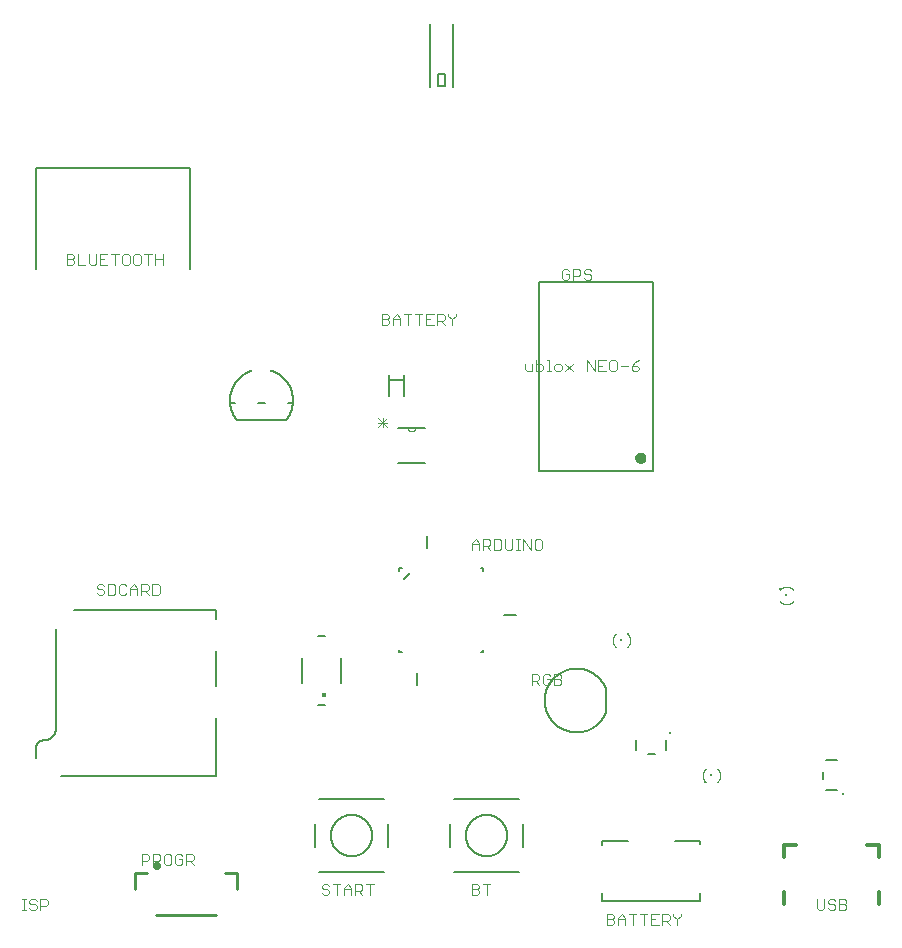
<source format=gto>
G75*
%MOIN*%
%OFA0B0*%
%FSLAX25Y25*%
%IPPOS*%
%LPD*%
%AMOC8*
5,1,8,0,0,1.08239X$1,22.5*
%
%ADD10C,0.00300*%
%ADD11C,0.00800*%
%ADD12C,0.00600*%
%ADD13C,0.00000*%
%ADD14C,0.00500*%
%ADD15C,0.01200*%
%ADD16C,0.01575*%
%ADD17C,0.01000*%
%ADD18C,0.00400*%
%ADD19R,0.00787X0.00787*%
%ADD20R,0.00984X0.00591*%
%ADD21R,0.00591X0.00984*%
%ADD22C,0.01433*%
%ADD23C,0.01600*%
%ADD24C,0.01000*%
D10*
X0018046Y0035534D02*
X0019280Y0035534D01*
X0018663Y0035534D02*
X0018663Y0039237D01*
X0018046Y0039237D02*
X0019280Y0039237D01*
X0020501Y0038620D02*
X0021119Y0039237D01*
X0022353Y0039237D01*
X0022970Y0038620D01*
X0024185Y0039237D02*
X0024185Y0035534D01*
X0024185Y0036768D02*
X0026036Y0036768D01*
X0026653Y0037385D01*
X0026653Y0038620D01*
X0026036Y0039237D01*
X0024185Y0039237D01*
X0022353Y0037385D02*
X0022970Y0036768D01*
X0022970Y0036151D01*
X0022353Y0035534D01*
X0021119Y0035534D01*
X0020501Y0036151D01*
X0021119Y0037385D02*
X0022353Y0037385D01*
X0021119Y0037385D02*
X0020501Y0038003D01*
X0020501Y0038620D01*
X0058046Y0050534D02*
X0058046Y0054237D01*
X0059898Y0054237D01*
X0060515Y0053620D01*
X0060515Y0052385D01*
X0059898Y0051768D01*
X0058046Y0051768D01*
X0061729Y0051768D02*
X0063581Y0051768D01*
X0064198Y0052385D01*
X0064198Y0053620D01*
X0063581Y0054237D01*
X0061729Y0054237D01*
X0061729Y0050534D01*
X0062964Y0051768D02*
X0064198Y0050534D01*
X0065412Y0051151D02*
X0066030Y0050534D01*
X0067264Y0050534D01*
X0067881Y0051151D01*
X0067881Y0053620D01*
X0067264Y0054237D01*
X0066030Y0054237D01*
X0065412Y0053620D01*
X0065412Y0051151D01*
X0069095Y0051151D02*
X0069095Y0053620D01*
X0069713Y0054237D01*
X0070947Y0054237D01*
X0071564Y0053620D01*
X0071564Y0052385D02*
X0070330Y0052385D01*
X0071564Y0052385D02*
X0071564Y0051151D01*
X0070947Y0050534D01*
X0069713Y0050534D01*
X0069095Y0051151D01*
X0072779Y0050534D02*
X0072779Y0054237D01*
X0074630Y0054237D01*
X0075247Y0053620D01*
X0075247Y0052385D01*
X0074630Y0051768D01*
X0072779Y0051768D01*
X0074013Y0051768D02*
X0075247Y0050534D01*
X0118046Y0043620D02*
X0118046Y0043003D01*
X0118663Y0042385D01*
X0119898Y0042385D01*
X0120515Y0041768D01*
X0120515Y0041151D01*
X0119898Y0040534D01*
X0118663Y0040534D01*
X0118046Y0041151D01*
X0118046Y0043620D02*
X0118663Y0044237D01*
X0119898Y0044237D01*
X0120515Y0043620D01*
X0121729Y0044237D02*
X0124198Y0044237D01*
X0122964Y0044237D02*
X0122964Y0040534D01*
X0125412Y0040534D02*
X0125412Y0043003D01*
X0126647Y0044237D01*
X0127881Y0043003D01*
X0127881Y0040534D01*
X0129095Y0040534D02*
X0129095Y0044237D01*
X0130947Y0044237D01*
X0131564Y0043620D01*
X0131564Y0042385D01*
X0130947Y0041768D01*
X0129095Y0041768D01*
X0130330Y0041768D02*
X0131564Y0040534D01*
X0134013Y0040534D02*
X0134013Y0044237D01*
X0132779Y0044237D02*
X0135247Y0044237D01*
X0127881Y0042385D02*
X0125412Y0042385D01*
X0168046Y0042385D02*
X0169898Y0042385D01*
X0170515Y0041768D01*
X0170515Y0041151D01*
X0169898Y0040534D01*
X0168046Y0040534D01*
X0168046Y0044237D01*
X0169898Y0044237D01*
X0170515Y0043620D01*
X0170515Y0043003D01*
X0169898Y0042385D01*
X0171729Y0044237D02*
X0174198Y0044237D01*
X0172964Y0044237D02*
X0172964Y0040534D01*
X0213046Y0034237D02*
X0213046Y0030534D01*
X0214898Y0030534D01*
X0215515Y0031151D01*
X0215515Y0031768D01*
X0214898Y0032385D01*
X0213046Y0032385D01*
X0214898Y0032385D02*
X0215515Y0033003D01*
X0215515Y0033620D01*
X0214898Y0034237D01*
X0213046Y0034237D01*
X0216729Y0033003D02*
X0216729Y0030534D01*
X0216729Y0032385D02*
X0219198Y0032385D01*
X0219198Y0033003D02*
X0219198Y0030534D01*
X0221647Y0030534D02*
X0221647Y0034237D01*
X0222881Y0034237D02*
X0220412Y0034237D01*
X0219198Y0033003D02*
X0217964Y0034237D01*
X0216729Y0033003D01*
X0224095Y0034237D02*
X0226564Y0034237D01*
X0227779Y0034237D02*
X0227779Y0030534D01*
X0230247Y0030534D01*
X0231462Y0030534D02*
X0231462Y0034237D01*
X0233313Y0034237D01*
X0233931Y0033620D01*
X0233931Y0032385D01*
X0233313Y0031768D01*
X0231462Y0031768D01*
X0232696Y0031768D02*
X0233931Y0030534D01*
X0236379Y0030534D02*
X0236379Y0032385D01*
X0237614Y0033620D01*
X0237614Y0034237D01*
X0236379Y0032385D02*
X0235145Y0033620D01*
X0235145Y0034237D01*
X0230247Y0034237D02*
X0227779Y0034237D01*
X0227779Y0032385D02*
X0229013Y0032385D01*
X0225330Y0030534D02*
X0225330Y0034237D01*
X0283046Y0036151D02*
X0283663Y0035534D01*
X0284898Y0035534D01*
X0285515Y0036151D01*
X0285515Y0039237D01*
X0286729Y0038620D02*
X0287346Y0039237D01*
X0288581Y0039237D01*
X0289198Y0038620D01*
X0290412Y0039237D02*
X0290412Y0035534D01*
X0292264Y0035534D01*
X0292881Y0036151D01*
X0292881Y0036768D01*
X0292264Y0037385D01*
X0290412Y0037385D01*
X0289198Y0036768D02*
X0289198Y0036151D01*
X0288581Y0035534D01*
X0287346Y0035534D01*
X0286729Y0036151D01*
X0287346Y0037385D02*
X0288581Y0037385D01*
X0289198Y0036768D01*
X0287346Y0037385D02*
X0286729Y0038003D01*
X0286729Y0038620D01*
X0283046Y0039237D02*
X0283046Y0036151D01*
X0290412Y0039237D02*
X0292264Y0039237D01*
X0292881Y0038620D01*
X0292881Y0038003D01*
X0292264Y0037385D01*
X0197881Y0111151D02*
X0197264Y0110534D01*
X0195412Y0110534D01*
X0195412Y0114237D01*
X0197264Y0114237D01*
X0197881Y0113620D01*
X0197881Y0113003D01*
X0197264Y0112385D01*
X0195412Y0112385D01*
X0194198Y0112385D02*
X0192964Y0112385D01*
X0194198Y0112385D02*
X0194198Y0111151D01*
X0193581Y0110534D01*
X0192346Y0110534D01*
X0191729Y0111151D01*
X0191729Y0113620D01*
X0192346Y0114237D01*
X0193581Y0114237D01*
X0194198Y0113620D01*
X0197264Y0112385D02*
X0197881Y0111768D01*
X0197881Y0111151D01*
X0190515Y0110534D02*
X0189280Y0111768D01*
X0189898Y0111768D02*
X0188046Y0111768D01*
X0188046Y0110534D02*
X0188046Y0114237D01*
X0189898Y0114237D01*
X0190515Y0113620D01*
X0190515Y0112385D01*
X0189898Y0111768D01*
X0189534Y0155534D02*
X0190769Y0155534D01*
X0191386Y0156151D01*
X0191386Y0158620D01*
X0190769Y0159237D01*
X0189534Y0159237D01*
X0188917Y0158620D01*
X0188917Y0156151D01*
X0189534Y0155534D01*
X0187703Y0155534D02*
X0187703Y0159237D01*
X0185234Y0159237D02*
X0185234Y0155534D01*
X0184013Y0155534D02*
X0182779Y0155534D01*
X0183396Y0155534D02*
X0183396Y0159237D01*
X0182779Y0159237D02*
X0184013Y0159237D01*
X0185234Y0159237D02*
X0187703Y0155534D01*
X0181564Y0156151D02*
X0181564Y0159237D01*
X0179095Y0159237D02*
X0179095Y0156151D01*
X0179713Y0155534D01*
X0180947Y0155534D01*
X0181564Y0156151D01*
X0177881Y0156151D02*
X0177881Y0158620D01*
X0177264Y0159237D01*
X0175412Y0159237D01*
X0175412Y0155534D01*
X0177264Y0155534D01*
X0177881Y0156151D01*
X0174198Y0155534D02*
X0172964Y0156768D01*
X0173581Y0156768D02*
X0171729Y0156768D01*
X0171729Y0155534D02*
X0171729Y0159237D01*
X0173581Y0159237D01*
X0174198Y0158620D01*
X0174198Y0157385D01*
X0173581Y0156768D01*
X0170515Y0157385D02*
X0168046Y0157385D01*
X0168046Y0158003D02*
X0169280Y0159237D01*
X0170515Y0158003D01*
X0170515Y0155534D01*
X0168046Y0155534D02*
X0168046Y0158003D01*
X0139882Y0196418D02*
X0136746Y0199554D01*
X0138314Y0199554D02*
X0138314Y0196418D01*
X0136746Y0196418D02*
X0139882Y0199554D01*
X0139882Y0197986D02*
X0136746Y0197986D01*
X0138046Y0230534D02*
X0139898Y0230534D01*
X0140515Y0231151D01*
X0140515Y0231768D01*
X0139898Y0232385D01*
X0138046Y0232385D01*
X0138046Y0230534D02*
X0138046Y0234237D01*
X0139898Y0234237D01*
X0140515Y0233620D01*
X0140515Y0233003D01*
X0139898Y0232385D01*
X0141729Y0232385D02*
X0144198Y0232385D01*
X0144198Y0233003D02*
X0144198Y0230534D01*
X0146647Y0230534D02*
X0146647Y0234237D01*
X0147881Y0234237D02*
X0145412Y0234237D01*
X0144198Y0233003D02*
X0142964Y0234237D01*
X0141729Y0233003D01*
X0141729Y0230534D01*
X0149095Y0234237D02*
X0151564Y0234237D01*
X0152779Y0234237D02*
X0152779Y0230534D01*
X0155247Y0230534D01*
X0156462Y0230534D02*
X0156462Y0234237D01*
X0158313Y0234237D01*
X0158931Y0233620D01*
X0158931Y0232385D01*
X0158313Y0231768D01*
X0156462Y0231768D01*
X0157696Y0231768D02*
X0158931Y0230534D01*
X0161379Y0230534D02*
X0161379Y0232385D01*
X0162614Y0233620D01*
X0162614Y0234237D01*
X0161379Y0232385D02*
X0160145Y0233620D01*
X0160145Y0234237D01*
X0155247Y0234237D02*
X0152779Y0234237D01*
X0152779Y0232385D02*
X0154013Y0232385D01*
X0150330Y0230534D02*
X0150330Y0234237D01*
X0185649Y0217546D02*
X0185649Y0215694D01*
X0186266Y0215077D01*
X0188118Y0215077D01*
X0188118Y0217546D01*
X0189332Y0217546D02*
X0191184Y0217546D01*
X0191801Y0216929D01*
X0191801Y0215694D01*
X0191184Y0215077D01*
X0189332Y0215077D01*
X0189332Y0218780D01*
X0193015Y0218780D02*
X0193632Y0218780D01*
X0193632Y0215077D01*
X0193015Y0215077D02*
X0194250Y0215077D01*
X0195471Y0215694D02*
X0196088Y0215077D01*
X0197322Y0215077D01*
X0197939Y0215694D01*
X0197939Y0216929D01*
X0197322Y0217546D01*
X0196088Y0217546D01*
X0195471Y0216929D01*
X0195471Y0215694D01*
X0199154Y0215077D02*
X0201623Y0217546D01*
X0199154Y0217546D02*
X0201623Y0215077D01*
X0206520Y0215077D02*
X0206520Y0218780D01*
X0208989Y0215077D01*
X0208989Y0218780D01*
X0210203Y0218780D02*
X0210203Y0215077D01*
X0212672Y0215077D01*
X0213886Y0215694D02*
X0214504Y0215077D01*
X0215738Y0215077D01*
X0216355Y0215694D01*
X0216355Y0218163D01*
X0215738Y0218780D01*
X0214504Y0218780D01*
X0213886Y0218163D01*
X0213886Y0215694D01*
X0211438Y0216929D02*
X0210203Y0216929D01*
X0210203Y0218780D02*
X0212672Y0218780D01*
X0217570Y0216929D02*
X0220038Y0216929D01*
X0221253Y0216929D02*
X0222487Y0218163D01*
X0223721Y0218780D01*
X0223104Y0216929D02*
X0221253Y0216929D01*
X0221253Y0215694D01*
X0221870Y0215077D01*
X0223104Y0215077D01*
X0223721Y0215694D01*
X0223721Y0216312D01*
X0223104Y0216929D01*
X0207264Y0245534D02*
X0206030Y0245534D01*
X0205412Y0246151D01*
X0206030Y0247385D02*
X0207264Y0247385D01*
X0207881Y0246768D01*
X0207881Y0246151D01*
X0207264Y0245534D01*
X0206030Y0247385D02*
X0205412Y0248003D01*
X0205412Y0248620D01*
X0206030Y0249237D01*
X0207264Y0249237D01*
X0207881Y0248620D01*
X0204198Y0248620D02*
X0204198Y0247385D01*
X0203581Y0246768D01*
X0201729Y0246768D01*
X0201729Y0245534D02*
X0201729Y0249237D01*
X0203581Y0249237D01*
X0204198Y0248620D01*
X0200515Y0248620D02*
X0199898Y0249237D01*
X0198663Y0249237D01*
X0198046Y0248620D01*
X0198046Y0246151D01*
X0198663Y0245534D01*
X0199898Y0245534D01*
X0200515Y0246151D01*
X0200515Y0247385D01*
X0199280Y0247385D01*
X0064980Y0250534D02*
X0064980Y0254237D01*
X0064980Y0252385D02*
X0062511Y0252385D01*
X0062511Y0250534D02*
X0062511Y0254237D01*
X0061297Y0254237D02*
X0058828Y0254237D01*
X0060062Y0254237D02*
X0060062Y0250534D01*
X0057614Y0251151D02*
X0057614Y0253620D01*
X0056997Y0254237D01*
X0055762Y0254237D01*
X0055145Y0253620D01*
X0055145Y0251151D01*
X0055762Y0250534D01*
X0056997Y0250534D01*
X0057614Y0251151D01*
X0053931Y0251151D02*
X0053931Y0253620D01*
X0053313Y0254237D01*
X0052079Y0254237D01*
X0051462Y0253620D01*
X0051462Y0251151D01*
X0052079Y0250534D01*
X0053313Y0250534D01*
X0053931Y0251151D01*
X0050247Y0254237D02*
X0047779Y0254237D01*
X0046564Y0254237D02*
X0044095Y0254237D01*
X0044095Y0250534D01*
X0046564Y0250534D01*
X0045330Y0252385D02*
X0044095Y0252385D01*
X0042881Y0251151D02*
X0042881Y0254237D01*
X0040412Y0254237D02*
X0040412Y0251151D01*
X0041030Y0250534D01*
X0042264Y0250534D01*
X0042881Y0251151D01*
X0039198Y0250534D02*
X0036729Y0250534D01*
X0036729Y0254237D01*
X0035515Y0253620D02*
X0035515Y0253003D01*
X0034898Y0252385D01*
X0033046Y0252385D01*
X0033046Y0250534D02*
X0034898Y0250534D01*
X0035515Y0251151D01*
X0035515Y0251768D01*
X0034898Y0252385D01*
X0035515Y0253620D02*
X0034898Y0254237D01*
X0033046Y0254237D01*
X0033046Y0250534D01*
X0049013Y0250534D02*
X0049013Y0254237D01*
X0048581Y0144237D02*
X0046729Y0144237D01*
X0046729Y0140534D01*
X0048581Y0140534D01*
X0049198Y0141151D01*
X0049198Y0143620D01*
X0048581Y0144237D01*
X0050412Y0143620D02*
X0051030Y0144237D01*
X0052264Y0144237D01*
X0052881Y0143620D01*
X0054095Y0143003D02*
X0055330Y0144237D01*
X0056564Y0143003D01*
X0056564Y0140534D01*
X0057779Y0140534D02*
X0057779Y0144237D01*
X0059630Y0144237D01*
X0060247Y0143620D01*
X0060247Y0142385D01*
X0059630Y0141768D01*
X0057779Y0141768D01*
X0059013Y0141768D02*
X0060247Y0140534D01*
X0061462Y0140534D02*
X0063313Y0140534D01*
X0063931Y0141151D01*
X0063931Y0143620D01*
X0063313Y0144237D01*
X0061462Y0144237D01*
X0061462Y0140534D01*
X0056564Y0142385D02*
X0054095Y0142385D01*
X0054095Y0143003D02*
X0054095Y0140534D01*
X0052881Y0141151D02*
X0052264Y0140534D01*
X0051030Y0140534D01*
X0050412Y0141151D01*
X0050412Y0143620D01*
X0045515Y0143620D02*
X0044898Y0144237D01*
X0043663Y0144237D01*
X0043046Y0143620D01*
X0043046Y0143003D01*
X0043663Y0142385D01*
X0044898Y0142385D01*
X0045515Y0141768D01*
X0045515Y0141151D01*
X0044898Y0140534D01*
X0043663Y0140534D01*
X0043046Y0141151D01*
D11*
X0035258Y0135384D02*
X0082896Y0135384D01*
X0082896Y0132628D01*
X0082896Y0121998D02*
X0082896Y0110187D01*
X0082896Y0099557D02*
X0082896Y0080266D01*
X0030928Y0080266D01*
X0022660Y0086171D02*
X0022660Y0089321D01*
X0022654Y0089422D01*
X0022652Y0089522D01*
X0022654Y0089623D01*
X0022660Y0089723D01*
X0022670Y0089823D01*
X0022684Y0089923D01*
X0022702Y0090022D01*
X0022724Y0090120D01*
X0022749Y0090217D01*
X0022778Y0090314D01*
X0022811Y0090409D01*
X0022848Y0090502D01*
X0022889Y0090594D01*
X0022933Y0090685D01*
X0022980Y0090774D01*
X0023031Y0090860D01*
X0023085Y0090945D01*
X0023143Y0091028D01*
X0023203Y0091108D01*
X0023267Y0091185D01*
X0023334Y0091261D01*
X0023404Y0091333D01*
X0023476Y0091403D01*
X0023552Y0091470D01*
X0023629Y0091534D01*
X0023709Y0091594D01*
X0023792Y0091652D01*
X0023877Y0091706D01*
X0023963Y0091757D01*
X0024052Y0091804D01*
X0024143Y0091848D01*
X0024235Y0091889D01*
X0024328Y0091926D01*
X0024423Y0091959D01*
X0024520Y0091988D01*
X0024617Y0092013D01*
X0024715Y0092035D01*
X0024814Y0092053D01*
X0024914Y0092067D01*
X0025014Y0092077D01*
X0025114Y0092083D01*
X0025215Y0092085D01*
X0025315Y0092083D01*
X0025416Y0092077D01*
X0025415Y0092076D02*
X0025541Y0092081D01*
X0025666Y0092090D01*
X0025791Y0092103D01*
X0025915Y0092120D01*
X0026039Y0092140D01*
X0026162Y0092164D01*
X0026284Y0092192D01*
X0026405Y0092224D01*
X0026525Y0092260D01*
X0026644Y0092299D01*
X0026762Y0092342D01*
X0026878Y0092389D01*
X0026993Y0092439D01*
X0027107Y0092493D01*
X0027218Y0092551D01*
X0027328Y0092611D01*
X0027435Y0092676D01*
X0027541Y0092743D01*
X0027645Y0092814D01*
X0027746Y0092888D01*
X0027845Y0092965D01*
X0027942Y0093045D01*
X0028036Y0093128D01*
X0028127Y0093213D01*
X0028216Y0093302D01*
X0028301Y0093393D01*
X0028384Y0093487D01*
X0028464Y0093584D01*
X0028541Y0093683D01*
X0028615Y0093784D01*
X0028686Y0093888D01*
X0028753Y0093994D01*
X0028818Y0094101D01*
X0028878Y0094211D01*
X0028936Y0094322D01*
X0028990Y0094436D01*
X0029040Y0094551D01*
X0029087Y0094667D01*
X0029130Y0094785D01*
X0029169Y0094904D01*
X0029205Y0095024D01*
X0029237Y0095145D01*
X0029265Y0095267D01*
X0029289Y0095390D01*
X0029309Y0095514D01*
X0029326Y0095638D01*
X0029339Y0095763D01*
X0029348Y0095888D01*
X0029353Y0096014D01*
X0029353Y0129085D01*
X0111400Y0119518D02*
X0111400Y0111250D01*
X0116715Y0103966D02*
X0119077Y0103966D01*
X0124392Y0111250D02*
X0124392Y0119518D01*
X0119077Y0126801D02*
X0116715Y0126801D01*
X0117069Y0072589D02*
X0138723Y0072589D01*
X0140101Y0064321D02*
X0140101Y0056447D01*
X0138723Y0048179D02*
X0117069Y0048179D01*
X0115691Y0056447D02*
X0115691Y0064321D01*
X0121006Y0060384D02*
X0121008Y0060553D01*
X0121014Y0060722D01*
X0121025Y0060891D01*
X0121039Y0061059D01*
X0121058Y0061227D01*
X0121081Y0061395D01*
X0121107Y0061562D01*
X0121138Y0061728D01*
X0121173Y0061894D01*
X0121212Y0062058D01*
X0121256Y0062222D01*
X0121303Y0062384D01*
X0121354Y0062545D01*
X0121409Y0062705D01*
X0121468Y0062864D01*
X0121530Y0063021D01*
X0121597Y0063176D01*
X0121668Y0063330D01*
X0121742Y0063482D01*
X0121820Y0063632D01*
X0121901Y0063780D01*
X0121986Y0063926D01*
X0122075Y0064070D01*
X0122167Y0064212D01*
X0122263Y0064351D01*
X0122362Y0064488D01*
X0122464Y0064623D01*
X0122570Y0064755D01*
X0122679Y0064884D01*
X0122791Y0065011D01*
X0122906Y0065135D01*
X0123024Y0065256D01*
X0123145Y0065374D01*
X0123269Y0065489D01*
X0123396Y0065601D01*
X0123525Y0065710D01*
X0123657Y0065816D01*
X0123792Y0065918D01*
X0123929Y0066017D01*
X0124068Y0066113D01*
X0124210Y0066205D01*
X0124354Y0066294D01*
X0124500Y0066379D01*
X0124648Y0066460D01*
X0124798Y0066538D01*
X0124950Y0066612D01*
X0125104Y0066683D01*
X0125259Y0066750D01*
X0125416Y0066812D01*
X0125575Y0066871D01*
X0125735Y0066926D01*
X0125896Y0066977D01*
X0126058Y0067024D01*
X0126222Y0067068D01*
X0126386Y0067107D01*
X0126552Y0067142D01*
X0126718Y0067173D01*
X0126885Y0067199D01*
X0127053Y0067222D01*
X0127221Y0067241D01*
X0127389Y0067255D01*
X0127558Y0067266D01*
X0127727Y0067272D01*
X0127896Y0067274D01*
X0128065Y0067272D01*
X0128234Y0067266D01*
X0128403Y0067255D01*
X0128571Y0067241D01*
X0128739Y0067222D01*
X0128907Y0067199D01*
X0129074Y0067173D01*
X0129240Y0067142D01*
X0129406Y0067107D01*
X0129570Y0067068D01*
X0129734Y0067024D01*
X0129896Y0066977D01*
X0130057Y0066926D01*
X0130217Y0066871D01*
X0130376Y0066812D01*
X0130533Y0066750D01*
X0130688Y0066683D01*
X0130842Y0066612D01*
X0130994Y0066538D01*
X0131144Y0066460D01*
X0131292Y0066379D01*
X0131438Y0066294D01*
X0131582Y0066205D01*
X0131724Y0066113D01*
X0131863Y0066017D01*
X0132000Y0065918D01*
X0132135Y0065816D01*
X0132267Y0065710D01*
X0132396Y0065601D01*
X0132523Y0065489D01*
X0132647Y0065374D01*
X0132768Y0065256D01*
X0132886Y0065135D01*
X0133001Y0065011D01*
X0133113Y0064884D01*
X0133222Y0064755D01*
X0133328Y0064623D01*
X0133430Y0064488D01*
X0133529Y0064351D01*
X0133625Y0064212D01*
X0133717Y0064070D01*
X0133806Y0063926D01*
X0133891Y0063780D01*
X0133972Y0063632D01*
X0134050Y0063482D01*
X0134124Y0063330D01*
X0134195Y0063176D01*
X0134262Y0063021D01*
X0134324Y0062864D01*
X0134383Y0062705D01*
X0134438Y0062545D01*
X0134489Y0062384D01*
X0134536Y0062222D01*
X0134580Y0062058D01*
X0134619Y0061894D01*
X0134654Y0061728D01*
X0134685Y0061562D01*
X0134711Y0061395D01*
X0134734Y0061227D01*
X0134753Y0061059D01*
X0134767Y0060891D01*
X0134778Y0060722D01*
X0134784Y0060553D01*
X0134786Y0060384D01*
X0134784Y0060215D01*
X0134778Y0060046D01*
X0134767Y0059877D01*
X0134753Y0059709D01*
X0134734Y0059541D01*
X0134711Y0059373D01*
X0134685Y0059206D01*
X0134654Y0059040D01*
X0134619Y0058874D01*
X0134580Y0058710D01*
X0134536Y0058546D01*
X0134489Y0058384D01*
X0134438Y0058223D01*
X0134383Y0058063D01*
X0134324Y0057904D01*
X0134262Y0057747D01*
X0134195Y0057592D01*
X0134124Y0057438D01*
X0134050Y0057286D01*
X0133972Y0057136D01*
X0133891Y0056988D01*
X0133806Y0056842D01*
X0133717Y0056698D01*
X0133625Y0056556D01*
X0133529Y0056417D01*
X0133430Y0056280D01*
X0133328Y0056145D01*
X0133222Y0056013D01*
X0133113Y0055884D01*
X0133001Y0055757D01*
X0132886Y0055633D01*
X0132768Y0055512D01*
X0132647Y0055394D01*
X0132523Y0055279D01*
X0132396Y0055167D01*
X0132267Y0055058D01*
X0132135Y0054952D01*
X0132000Y0054850D01*
X0131863Y0054751D01*
X0131724Y0054655D01*
X0131582Y0054563D01*
X0131438Y0054474D01*
X0131292Y0054389D01*
X0131144Y0054308D01*
X0130994Y0054230D01*
X0130842Y0054156D01*
X0130688Y0054085D01*
X0130533Y0054018D01*
X0130376Y0053956D01*
X0130217Y0053897D01*
X0130057Y0053842D01*
X0129896Y0053791D01*
X0129734Y0053744D01*
X0129570Y0053700D01*
X0129406Y0053661D01*
X0129240Y0053626D01*
X0129074Y0053595D01*
X0128907Y0053569D01*
X0128739Y0053546D01*
X0128571Y0053527D01*
X0128403Y0053513D01*
X0128234Y0053502D01*
X0128065Y0053496D01*
X0127896Y0053494D01*
X0127727Y0053496D01*
X0127558Y0053502D01*
X0127389Y0053513D01*
X0127221Y0053527D01*
X0127053Y0053546D01*
X0126885Y0053569D01*
X0126718Y0053595D01*
X0126552Y0053626D01*
X0126386Y0053661D01*
X0126222Y0053700D01*
X0126058Y0053744D01*
X0125896Y0053791D01*
X0125735Y0053842D01*
X0125575Y0053897D01*
X0125416Y0053956D01*
X0125259Y0054018D01*
X0125104Y0054085D01*
X0124950Y0054156D01*
X0124798Y0054230D01*
X0124648Y0054308D01*
X0124500Y0054389D01*
X0124354Y0054474D01*
X0124210Y0054563D01*
X0124068Y0054655D01*
X0123929Y0054751D01*
X0123792Y0054850D01*
X0123657Y0054952D01*
X0123525Y0055058D01*
X0123396Y0055167D01*
X0123269Y0055279D01*
X0123145Y0055394D01*
X0123024Y0055512D01*
X0122906Y0055633D01*
X0122791Y0055757D01*
X0122679Y0055884D01*
X0122570Y0056013D01*
X0122464Y0056145D01*
X0122362Y0056280D01*
X0122263Y0056417D01*
X0122167Y0056556D01*
X0122075Y0056698D01*
X0121986Y0056842D01*
X0121901Y0056988D01*
X0121820Y0057136D01*
X0121742Y0057286D01*
X0121668Y0057438D01*
X0121597Y0057592D01*
X0121530Y0057747D01*
X0121468Y0057904D01*
X0121409Y0058063D01*
X0121354Y0058223D01*
X0121303Y0058384D01*
X0121256Y0058546D01*
X0121212Y0058710D01*
X0121173Y0058874D01*
X0121138Y0059040D01*
X0121107Y0059206D01*
X0121081Y0059373D01*
X0121058Y0059541D01*
X0121039Y0059709D01*
X0121025Y0059877D01*
X0121014Y0060046D01*
X0121008Y0060215D01*
X0121006Y0060384D01*
X0160691Y0056447D02*
X0160691Y0064321D01*
X0162069Y0072589D02*
X0183723Y0072589D01*
X0185101Y0064321D02*
X0185101Y0056447D01*
X0183723Y0048179D02*
X0162069Y0048179D01*
X0166006Y0060384D02*
X0166008Y0060553D01*
X0166014Y0060722D01*
X0166025Y0060891D01*
X0166039Y0061059D01*
X0166058Y0061227D01*
X0166081Y0061395D01*
X0166107Y0061562D01*
X0166138Y0061728D01*
X0166173Y0061894D01*
X0166212Y0062058D01*
X0166256Y0062222D01*
X0166303Y0062384D01*
X0166354Y0062545D01*
X0166409Y0062705D01*
X0166468Y0062864D01*
X0166530Y0063021D01*
X0166597Y0063176D01*
X0166668Y0063330D01*
X0166742Y0063482D01*
X0166820Y0063632D01*
X0166901Y0063780D01*
X0166986Y0063926D01*
X0167075Y0064070D01*
X0167167Y0064212D01*
X0167263Y0064351D01*
X0167362Y0064488D01*
X0167464Y0064623D01*
X0167570Y0064755D01*
X0167679Y0064884D01*
X0167791Y0065011D01*
X0167906Y0065135D01*
X0168024Y0065256D01*
X0168145Y0065374D01*
X0168269Y0065489D01*
X0168396Y0065601D01*
X0168525Y0065710D01*
X0168657Y0065816D01*
X0168792Y0065918D01*
X0168929Y0066017D01*
X0169068Y0066113D01*
X0169210Y0066205D01*
X0169354Y0066294D01*
X0169500Y0066379D01*
X0169648Y0066460D01*
X0169798Y0066538D01*
X0169950Y0066612D01*
X0170104Y0066683D01*
X0170259Y0066750D01*
X0170416Y0066812D01*
X0170575Y0066871D01*
X0170735Y0066926D01*
X0170896Y0066977D01*
X0171058Y0067024D01*
X0171222Y0067068D01*
X0171386Y0067107D01*
X0171552Y0067142D01*
X0171718Y0067173D01*
X0171885Y0067199D01*
X0172053Y0067222D01*
X0172221Y0067241D01*
X0172389Y0067255D01*
X0172558Y0067266D01*
X0172727Y0067272D01*
X0172896Y0067274D01*
X0173065Y0067272D01*
X0173234Y0067266D01*
X0173403Y0067255D01*
X0173571Y0067241D01*
X0173739Y0067222D01*
X0173907Y0067199D01*
X0174074Y0067173D01*
X0174240Y0067142D01*
X0174406Y0067107D01*
X0174570Y0067068D01*
X0174734Y0067024D01*
X0174896Y0066977D01*
X0175057Y0066926D01*
X0175217Y0066871D01*
X0175376Y0066812D01*
X0175533Y0066750D01*
X0175688Y0066683D01*
X0175842Y0066612D01*
X0175994Y0066538D01*
X0176144Y0066460D01*
X0176292Y0066379D01*
X0176438Y0066294D01*
X0176582Y0066205D01*
X0176724Y0066113D01*
X0176863Y0066017D01*
X0177000Y0065918D01*
X0177135Y0065816D01*
X0177267Y0065710D01*
X0177396Y0065601D01*
X0177523Y0065489D01*
X0177647Y0065374D01*
X0177768Y0065256D01*
X0177886Y0065135D01*
X0178001Y0065011D01*
X0178113Y0064884D01*
X0178222Y0064755D01*
X0178328Y0064623D01*
X0178430Y0064488D01*
X0178529Y0064351D01*
X0178625Y0064212D01*
X0178717Y0064070D01*
X0178806Y0063926D01*
X0178891Y0063780D01*
X0178972Y0063632D01*
X0179050Y0063482D01*
X0179124Y0063330D01*
X0179195Y0063176D01*
X0179262Y0063021D01*
X0179324Y0062864D01*
X0179383Y0062705D01*
X0179438Y0062545D01*
X0179489Y0062384D01*
X0179536Y0062222D01*
X0179580Y0062058D01*
X0179619Y0061894D01*
X0179654Y0061728D01*
X0179685Y0061562D01*
X0179711Y0061395D01*
X0179734Y0061227D01*
X0179753Y0061059D01*
X0179767Y0060891D01*
X0179778Y0060722D01*
X0179784Y0060553D01*
X0179786Y0060384D01*
X0179784Y0060215D01*
X0179778Y0060046D01*
X0179767Y0059877D01*
X0179753Y0059709D01*
X0179734Y0059541D01*
X0179711Y0059373D01*
X0179685Y0059206D01*
X0179654Y0059040D01*
X0179619Y0058874D01*
X0179580Y0058710D01*
X0179536Y0058546D01*
X0179489Y0058384D01*
X0179438Y0058223D01*
X0179383Y0058063D01*
X0179324Y0057904D01*
X0179262Y0057747D01*
X0179195Y0057592D01*
X0179124Y0057438D01*
X0179050Y0057286D01*
X0178972Y0057136D01*
X0178891Y0056988D01*
X0178806Y0056842D01*
X0178717Y0056698D01*
X0178625Y0056556D01*
X0178529Y0056417D01*
X0178430Y0056280D01*
X0178328Y0056145D01*
X0178222Y0056013D01*
X0178113Y0055884D01*
X0178001Y0055757D01*
X0177886Y0055633D01*
X0177768Y0055512D01*
X0177647Y0055394D01*
X0177523Y0055279D01*
X0177396Y0055167D01*
X0177267Y0055058D01*
X0177135Y0054952D01*
X0177000Y0054850D01*
X0176863Y0054751D01*
X0176724Y0054655D01*
X0176582Y0054563D01*
X0176438Y0054474D01*
X0176292Y0054389D01*
X0176144Y0054308D01*
X0175994Y0054230D01*
X0175842Y0054156D01*
X0175688Y0054085D01*
X0175533Y0054018D01*
X0175376Y0053956D01*
X0175217Y0053897D01*
X0175057Y0053842D01*
X0174896Y0053791D01*
X0174734Y0053744D01*
X0174570Y0053700D01*
X0174406Y0053661D01*
X0174240Y0053626D01*
X0174074Y0053595D01*
X0173907Y0053569D01*
X0173739Y0053546D01*
X0173571Y0053527D01*
X0173403Y0053513D01*
X0173234Y0053502D01*
X0173065Y0053496D01*
X0172896Y0053494D01*
X0172727Y0053496D01*
X0172558Y0053502D01*
X0172389Y0053513D01*
X0172221Y0053527D01*
X0172053Y0053546D01*
X0171885Y0053569D01*
X0171718Y0053595D01*
X0171552Y0053626D01*
X0171386Y0053661D01*
X0171222Y0053700D01*
X0171058Y0053744D01*
X0170896Y0053791D01*
X0170735Y0053842D01*
X0170575Y0053897D01*
X0170416Y0053956D01*
X0170259Y0054018D01*
X0170104Y0054085D01*
X0169950Y0054156D01*
X0169798Y0054230D01*
X0169648Y0054308D01*
X0169500Y0054389D01*
X0169354Y0054474D01*
X0169210Y0054563D01*
X0169068Y0054655D01*
X0168929Y0054751D01*
X0168792Y0054850D01*
X0168657Y0054952D01*
X0168525Y0055058D01*
X0168396Y0055167D01*
X0168269Y0055279D01*
X0168145Y0055394D01*
X0168024Y0055512D01*
X0167906Y0055633D01*
X0167791Y0055757D01*
X0167679Y0055884D01*
X0167570Y0056013D01*
X0167464Y0056145D01*
X0167362Y0056280D01*
X0167263Y0056417D01*
X0167167Y0056556D01*
X0167075Y0056698D01*
X0166986Y0056842D01*
X0166901Y0056988D01*
X0166820Y0057136D01*
X0166742Y0057286D01*
X0166668Y0057438D01*
X0166597Y0057592D01*
X0166530Y0057747D01*
X0166468Y0057904D01*
X0166409Y0058063D01*
X0166354Y0058223D01*
X0166303Y0058384D01*
X0166256Y0058546D01*
X0166212Y0058710D01*
X0166173Y0058874D01*
X0166138Y0059040D01*
X0166107Y0059206D01*
X0166081Y0059373D01*
X0166058Y0059541D01*
X0166039Y0059709D01*
X0166025Y0059877D01*
X0166014Y0060046D01*
X0166008Y0060215D01*
X0166006Y0060384D01*
X0211361Y0058652D02*
X0211361Y0057077D01*
X0211361Y0058652D02*
X0220022Y0058652D01*
X0235770Y0058652D02*
X0244038Y0058652D01*
X0244038Y0057470D01*
X0244038Y0041329D02*
X0244038Y0038573D01*
X0211361Y0038573D01*
X0211361Y0041329D01*
X0226839Y0087593D02*
X0228953Y0087593D01*
X0232896Y0088693D02*
X0232896Y0092074D01*
X0222896Y0092074D02*
X0222896Y0088693D01*
X0285106Y0081441D02*
X0285106Y0079327D01*
X0286206Y0075384D02*
X0289587Y0075384D01*
X0289587Y0085384D02*
X0286206Y0085384D01*
X0145455Y0206841D02*
X0145455Y0212352D01*
X0140337Y0212352D01*
X0140337Y0206841D01*
X0140337Y0212352D02*
X0140337Y0213927D01*
X0145455Y0213927D02*
X0145455Y0212352D01*
D12*
X0146696Y0196284D02*
X0143396Y0196284D01*
X0146696Y0196284D02*
X0149096Y0196284D01*
X0152396Y0196284D01*
X0152396Y0184484D02*
X0143396Y0184484D01*
X0153196Y0160284D02*
X0153196Y0156284D01*
X0147496Y0147884D02*
X0145396Y0145784D01*
X0143896Y0148684D02*
X0143896Y0149384D01*
X0144596Y0149384D01*
X0171196Y0149384D02*
X0171896Y0149384D01*
X0171896Y0148684D01*
X0178896Y0133884D02*
X0182896Y0133884D01*
X0171896Y0122084D02*
X0171896Y0121384D01*
X0171196Y0121384D01*
X0149896Y0114484D02*
X0149896Y0110484D01*
X0144596Y0121384D02*
X0143896Y0121384D01*
X0143896Y0122084D01*
D13*
X0146696Y0196284D02*
X0146698Y0196215D01*
X0146704Y0196147D01*
X0146714Y0196079D01*
X0146727Y0196012D01*
X0146745Y0195946D01*
X0146766Y0195881D01*
X0146791Y0195817D01*
X0146819Y0195755D01*
X0146851Y0195694D01*
X0146886Y0195635D01*
X0146925Y0195579D01*
X0146967Y0195524D01*
X0147012Y0195473D01*
X0147060Y0195423D01*
X0147110Y0195377D01*
X0147163Y0195334D01*
X0147219Y0195293D01*
X0147276Y0195256D01*
X0147336Y0195223D01*
X0147398Y0195192D01*
X0147461Y0195166D01*
X0147525Y0195143D01*
X0147591Y0195123D01*
X0147658Y0195108D01*
X0147725Y0195096D01*
X0147793Y0195088D01*
X0147862Y0195084D01*
X0147930Y0195084D01*
X0147999Y0195088D01*
X0148067Y0195096D01*
X0148134Y0195108D01*
X0148201Y0195123D01*
X0148267Y0195143D01*
X0148331Y0195166D01*
X0148394Y0195192D01*
X0148456Y0195223D01*
X0148516Y0195256D01*
X0148573Y0195293D01*
X0148629Y0195334D01*
X0148682Y0195377D01*
X0148732Y0195423D01*
X0148780Y0195473D01*
X0148825Y0195524D01*
X0148867Y0195579D01*
X0148906Y0195635D01*
X0148941Y0195694D01*
X0148973Y0195755D01*
X0149001Y0195817D01*
X0149026Y0195881D01*
X0149047Y0195946D01*
X0149065Y0196012D01*
X0149078Y0196079D01*
X0149088Y0196147D01*
X0149094Y0196215D01*
X0149096Y0196284D01*
D14*
X0108348Y0204384D02*
X0106769Y0204384D01*
X0106142Y0198884D02*
X0089650Y0198884D01*
X0089023Y0204384D02*
X0087444Y0204384D01*
X0096769Y0204384D02*
X0099023Y0204384D01*
X0089650Y0198884D02*
X0089497Y0199083D01*
X0089349Y0199285D01*
X0089206Y0199490D01*
X0089068Y0199699D01*
X0088935Y0199911D01*
X0088807Y0200126D01*
X0088685Y0200344D01*
X0088567Y0200565D01*
X0088455Y0200789D01*
X0088348Y0201015D01*
X0088247Y0201244D01*
X0088151Y0201475D01*
X0088060Y0201709D01*
X0087975Y0201944D01*
X0087896Y0202182D01*
X0087823Y0202421D01*
X0087755Y0202662D01*
X0087693Y0202904D01*
X0087637Y0203148D01*
X0087586Y0203394D01*
X0087542Y0203640D01*
X0087503Y0203887D01*
X0087471Y0204135D01*
X0087444Y0204384D01*
X0087422Y0204639D01*
X0087407Y0204895D01*
X0087399Y0205151D01*
X0087396Y0205408D01*
X0087400Y0205664D01*
X0087410Y0205920D01*
X0087426Y0206176D01*
X0087448Y0206431D01*
X0087477Y0206686D01*
X0087512Y0206940D01*
X0087553Y0207193D01*
X0087600Y0207445D01*
X0087654Y0207695D01*
X0087713Y0207944D01*
X0087779Y0208192D01*
X0087850Y0208438D01*
X0087928Y0208683D01*
X0088011Y0208925D01*
X0088100Y0209165D01*
X0088196Y0209403D01*
X0088297Y0209639D01*
X0088403Y0209872D01*
X0088516Y0210102D01*
X0088634Y0210330D01*
X0088757Y0210554D01*
X0088886Y0210776D01*
X0089020Y0210994D01*
X0089160Y0211209D01*
X0089305Y0211420D01*
X0089455Y0211628D01*
X0089609Y0211832D01*
X0089769Y0212033D01*
X0089934Y0212229D01*
X0090103Y0212421D01*
X0090278Y0212610D01*
X0090456Y0212793D01*
X0090639Y0212973D01*
X0090827Y0213148D01*
X0091018Y0213318D01*
X0091214Y0213483D01*
X0091414Y0213644D01*
X0091617Y0213800D01*
X0091824Y0213950D01*
X0092035Y0214096D01*
X0092250Y0214237D01*
X0092467Y0214372D01*
X0092688Y0214502D01*
X0092912Y0214626D01*
X0093139Y0214745D01*
X0093369Y0214858D01*
X0093602Y0214966D01*
X0093837Y0215068D01*
X0094075Y0215164D01*
X0094314Y0215254D01*
X0094556Y0215339D01*
X0094800Y0215417D01*
X0100992Y0215417D02*
X0101234Y0215339D01*
X0101474Y0215255D01*
X0101712Y0215166D01*
X0101948Y0215071D01*
X0102182Y0214969D01*
X0102413Y0214863D01*
X0102641Y0214750D01*
X0102867Y0214633D01*
X0103090Y0214510D01*
X0103309Y0214381D01*
X0103526Y0214247D01*
X0103739Y0214108D01*
X0103949Y0213964D01*
X0104155Y0213815D01*
X0104357Y0213661D01*
X0104556Y0213502D01*
X0104751Y0213338D01*
X0104942Y0213169D01*
X0105128Y0212996D01*
X0105311Y0212819D01*
X0105489Y0212637D01*
X0105662Y0212451D01*
X0105831Y0212260D01*
X0105995Y0212066D01*
X0106155Y0211868D01*
X0106310Y0211666D01*
X0106459Y0211460D01*
X0106604Y0211251D01*
X0106744Y0211038D01*
X0106878Y0210822D01*
X0107007Y0210602D01*
X0107131Y0210380D01*
X0107250Y0210155D01*
X0107362Y0209927D01*
X0107470Y0209696D01*
X0107571Y0209463D01*
X0107667Y0209227D01*
X0107758Y0208989D01*
X0107842Y0208749D01*
X0107921Y0208507D01*
X0107994Y0208263D01*
X0108060Y0208017D01*
X0108121Y0207770D01*
X0108176Y0207522D01*
X0108225Y0207272D01*
X0108268Y0207021D01*
X0108304Y0206769D01*
X0108335Y0206517D01*
X0108359Y0206263D01*
X0108377Y0206010D01*
X0108389Y0205755D01*
X0108395Y0205501D01*
X0108395Y0205246D01*
X0108389Y0204992D01*
X0108376Y0204738D01*
X0108357Y0204484D01*
X0108332Y0204231D01*
X0108301Y0203978D01*
X0108264Y0203726D01*
X0108221Y0203476D01*
X0108172Y0203226D01*
X0108116Y0202977D01*
X0108055Y0202730D01*
X0107988Y0202485D01*
X0107915Y0202241D01*
X0107836Y0201999D01*
X0107751Y0201760D01*
X0107660Y0201522D01*
X0107563Y0201286D01*
X0107461Y0201053D01*
X0107353Y0200823D01*
X0107240Y0200595D01*
X0107121Y0200370D01*
X0106997Y0200148D01*
X0106867Y0199929D01*
X0106733Y0199713D01*
X0106593Y0199500D01*
X0106447Y0199291D01*
X0106297Y0199086D01*
X0106142Y0198884D01*
X0074077Y0249321D02*
X0074077Y0282785D01*
X0022896Y0282785D01*
X0022896Y0249321D01*
X0153959Y0309754D02*
X0153959Y0331014D01*
X0161833Y0331014D02*
X0161833Y0309754D01*
X0159077Y0310148D02*
X0159077Y0314085D01*
X0156715Y0314085D01*
X0156715Y0310148D01*
X0159077Y0310148D01*
X0190455Y0244911D02*
X0190455Y0181919D01*
X0228487Y0181919D01*
X0228487Y0244911D01*
X0190455Y0244911D01*
X0212739Y0109321D02*
X0212739Y0101447D01*
X0212639Y0101207D01*
X0212534Y0100969D01*
X0212422Y0100733D01*
X0212305Y0100501D01*
X0212183Y0100272D01*
X0212055Y0100045D01*
X0211921Y0099822D01*
X0211782Y0099602D01*
X0211637Y0099386D01*
X0211487Y0099173D01*
X0211332Y0098964D01*
X0211172Y0098759D01*
X0211007Y0098558D01*
X0210837Y0098361D01*
X0210662Y0098168D01*
X0210483Y0097980D01*
X0210299Y0097796D01*
X0210111Y0097617D01*
X0209918Y0097442D01*
X0209721Y0097272D01*
X0209520Y0097107D01*
X0209314Y0096947D01*
X0209106Y0096792D01*
X0208893Y0096642D01*
X0208676Y0096498D01*
X0208457Y0096358D01*
X0208233Y0096225D01*
X0208007Y0096096D01*
X0207778Y0095974D01*
X0207545Y0095857D01*
X0207310Y0095746D01*
X0207072Y0095640D01*
X0206832Y0095541D01*
X0206589Y0095447D01*
X0206344Y0095359D01*
X0206097Y0095278D01*
X0205848Y0095202D01*
X0205597Y0095133D01*
X0205345Y0095070D01*
X0205091Y0095013D01*
X0204836Y0094962D01*
X0204580Y0094918D01*
X0204322Y0094879D01*
X0204064Y0094848D01*
X0203805Y0094822D01*
X0203546Y0094803D01*
X0203286Y0094790D01*
X0203026Y0094784D01*
X0202765Y0094784D01*
X0202505Y0094790D01*
X0202245Y0094803D01*
X0201986Y0094822D01*
X0201727Y0094848D01*
X0201469Y0094879D01*
X0201212Y0094918D01*
X0200955Y0094962D01*
X0200700Y0095013D01*
X0200446Y0095070D01*
X0200194Y0095133D01*
X0199943Y0095203D01*
X0199694Y0095278D01*
X0199447Y0095360D01*
X0199202Y0095447D01*
X0198959Y0095541D01*
X0198719Y0095641D01*
X0198481Y0095746D01*
X0198246Y0095857D01*
X0198014Y0095974D01*
X0197784Y0096097D01*
X0197558Y0096225D01*
X0197335Y0096359D01*
X0197115Y0096498D01*
X0196898Y0096643D01*
X0196686Y0096793D01*
X0196477Y0096948D01*
X0196272Y0097108D01*
X0196071Y0097273D01*
X0195874Y0097443D01*
X0195681Y0097617D01*
X0195492Y0097797D01*
X0195308Y0097981D01*
X0195129Y0098169D01*
X0194954Y0098362D01*
X0194784Y0098559D01*
X0194619Y0098760D01*
X0194459Y0098965D01*
X0194304Y0099174D01*
X0194154Y0099387D01*
X0194010Y0099603D01*
X0193871Y0099823D01*
X0193737Y0100046D01*
X0193609Y0100273D01*
X0193486Y0100502D01*
X0193369Y0100734D01*
X0193258Y0100970D01*
X0193152Y0101207D01*
X0193053Y0101448D01*
X0192959Y0101691D01*
X0192872Y0101935D01*
X0192790Y0102183D01*
X0192714Y0102431D01*
X0192645Y0102682D01*
X0192582Y0102935D01*
X0192525Y0103188D01*
X0192474Y0103444D01*
X0192430Y0103700D01*
X0192391Y0103957D01*
X0192360Y0104216D01*
X0192334Y0104474D01*
X0192315Y0104734D01*
X0192302Y0104994D01*
X0192296Y0105254D01*
X0192296Y0105514D01*
X0192302Y0105774D01*
X0192315Y0106034D01*
X0192334Y0106294D01*
X0192360Y0106552D01*
X0192391Y0106811D01*
X0192430Y0107068D01*
X0192474Y0107324D01*
X0192525Y0107580D01*
X0192582Y0107833D01*
X0192645Y0108086D01*
X0192714Y0108337D01*
X0192790Y0108585D01*
X0192872Y0108833D01*
X0192959Y0109077D01*
X0193053Y0109320D01*
X0193152Y0109561D01*
X0193258Y0109798D01*
X0193369Y0110034D01*
X0193486Y0110266D01*
X0193609Y0110495D01*
X0193737Y0110722D01*
X0193871Y0110945D01*
X0194010Y0111165D01*
X0194154Y0111381D01*
X0194304Y0111594D01*
X0194459Y0111803D01*
X0194619Y0112008D01*
X0194784Y0112209D01*
X0194954Y0112406D01*
X0195129Y0112599D01*
X0195308Y0112787D01*
X0195492Y0112971D01*
X0195681Y0113151D01*
X0195874Y0113325D01*
X0196071Y0113495D01*
X0196272Y0113660D01*
X0196477Y0113820D01*
X0196686Y0113975D01*
X0196898Y0114125D01*
X0197115Y0114270D01*
X0197335Y0114409D01*
X0197558Y0114543D01*
X0197784Y0114671D01*
X0198014Y0114794D01*
X0198246Y0114911D01*
X0198481Y0115022D01*
X0198719Y0115127D01*
X0198959Y0115227D01*
X0199202Y0115321D01*
X0199447Y0115408D01*
X0199694Y0115490D01*
X0199943Y0115565D01*
X0200194Y0115635D01*
X0200446Y0115698D01*
X0200700Y0115755D01*
X0200955Y0115806D01*
X0201212Y0115850D01*
X0201469Y0115889D01*
X0201727Y0115920D01*
X0201986Y0115946D01*
X0202245Y0115965D01*
X0202505Y0115978D01*
X0202765Y0115984D01*
X0203026Y0115984D01*
X0203286Y0115978D01*
X0203546Y0115965D01*
X0203805Y0115946D01*
X0204064Y0115920D01*
X0204322Y0115889D01*
X0204580Y0115850D01*
X0204836Y0115806D01*
X0205091Y0115755D01*
X0205345Y0115698D01*
X0205597Y0115635D01*
X0205848Y0115566D01*
X0206097Y0115490D01*
X0206344Y0115409D01*
X0206589Y0115321D01*
X0206832Y0115227D01*
X0207072Y0115128D01*
X0207310Y0115022D01*
X0207545Y0114911D01*
X0207778Y0114794D01*
X0208007Y0114672D01*
X0208233Y0114543D01*
X0208457Y0114410D01*
X0208676Y0114270D01*
X0208893Y0114126D01*
X0209106Y0113976D01*
X0209314Y0113821D01*
X0209520Y0113661D01*
X0209721Y0113496D01*
X0209918Y0113326D01*
X0210111Y0113151D01*
X0210299Y0112972D01*
X0210483Y0112788D01*
X0210662Y0112600D01*
X0210837Y0112407D01*
X0211007Y0112210D01*
X0211172Y0112009D01*
X0211332Y0111804D01*
X0211487Y0111595D01*
X0211637Y0111382D01*
X0211782Y0111166D01*
X0211921Y0110946D01*
X0212055Y0110723D01*
X0212183Y0110496D01*
X0212305Y0110267D01*
X0212422Y0110035D01*
X0212534Y0109799D01*
X0212639Y0109561D01*
X0212739Y0109321D01*
D15*
X0272148Y0057195D02*
X0276085Y0057195D01*
X0272176Y0057124D02*
X0272176Y0053258D01*
X0272148Y0053258D01*
X0272148Y0041447D02*
X0272148Y0037510D01*
X0299707Y0057195D02*
X0303644Y0057195D01*
X0303644Y0053258D01*
X0303644Y0041447D02*
X0303644Y0037510D01*
D16*
X0223211Y0186289D02*
X0223213Y0186351D01*
X0223219Y0186414D01*
X0223229Y0186475D01*
X0223243Y0186536D01*
X0223260Y0186596D01*
X0223281Y0186655D01*
X0223307Y0186712D01*
X0223335Y0186767D01*
X0223367Y0186821D01*
X0223403Y0186872D01*
X0223441Y0186922D01*
X0223483Y0186968D01*
X0223527Y0187012D01*
X0223575Y0187053D01*
X0223624Y0187091D01*
X0223676Y0187125D01*
X0223730Y0187156D01*
X0223786Y0187184D01*
X0223844Y0187208D01*
X0223903Y0187229D01*
X0223963Y0187245D01*
X0224024Y0187258D01*
X0224086Y0187267D01*
X0224148Y0187272D01*
X0224211Y0187273D01*
X0224273Y0187270D01*
X0224335Y0187263D01*
X0224397Y0187252D01*
X0224457Y0187237D01*
X0224517Y0187219D01*
X0224575Y0187197D01*
X0224632Y0187171D01*
X0224687Y0187141D01*
X0224740Y0187108D01*
X0224791Y0187072D01*
X0224839Y0187033D01*
X0224885Y0186990D01*
X0224928Y0186945D01*
X0224968Y0186897D01*
X0225005Y0186847D01*
X0225039Y0186794D01*
X0225070Y0186740D01*
X0225096Y0186684D01*
X0225120Y0186626D01*
X0225139Y0186566D01*
X0225155Y0186506D01*
X0225167Y0186444D01*
X0225175Y0186383D01*
X0225179Y0186320D01*
X0225179Y0186258D01*
X0225175Y0186195D01*
X0225167Y0186134D01*
X0225155Y0186072D01*
X0225139Y0186012D01*
X0225120Y0185952D01*
X0225096Y0185894D01*
X0225070Y0185838D01*
X0225039Y0185784D01*
X0225005Y0185731D01*
X0224968Y0185681D01*
X0224928Y0185633D01*
X0224885Y0185588D01*
X0224839Y0185545D01*
X0224791Y0185506D01*
X0224740Y0185470D01*
X0224687Y0185437D01*
X0224632Y0185407D01*
X0224575Y0185381D01*
X0224517Y0185359D01*
X0224457Y0185341D01*
X0224397Y0185326D01*
X0224335Y0185315D01*
X0224273Y0185308D01*
X0224211Y0185305D01*
X0224148Y0185306D01*
X0224086Y0185311D01*
X0224024Y0185320D01*
X0223963Y0185333D01*
X0223903Y0185349D01*
X0223844Y0185370D01*
X0223786Y0185394D01*
X0223730Y0185422D01*
X0223676Y0185453D01*
X0223624Y0185487D01*
X0223575Y0185525D01*
X0223527Y0185566D01*
X0223483Y0185610D01*
X0223441Y0185656D01*
X0223403Y0185706D01*
X0223367Y0185757D01*
X0223335Y0185811D01*
X0223307Y0185866D01*
X0223281Y0185923D01*
X0223260Y0185982D01*
X0223243Y0186042D01*
X0223229Y0186103D01*
X0223219Y0186164D01*
X0223213Y0186227D01*
X0223211Y0186289D01*
D17*
X0234196Y0094384D03*
X0291896Y0074084D03*
D18*
X0249864Y0078219D02*
X0249941Y0078292D01*
X0250016Y0078367D01*
X0250087Y0078445D01*
X0250156Y0078526D01*
X0250222Y0078609D01*
X0250285Y0078694D01*
X0250344Y0078782D01*
X0250401Y0078871D01*
X0250454Y0078963D01*
X0250504Y0079057D01*
X0250550Y0079152D01*
X0250593Y0079249D01*
X0250632Y0079347D01*
X0250668Y0079447D01*
X0250700Y0079548D01*
X0250728Y0079650D01*
X0250753Y0079753D01*
X0250774Y0079857D01*
X0250791Y0079962D01*
X0250805Y0080067D01*
X0250814Y0080172D01*
X0250820Y0080278D01*
X0250822Y0080384D01*
X0250820Y0080490D01*
X0250814Y0080596D01*
X0250805Y0080701D01*
X0250791Y0080806D01*
X0250774Y0080911D01*
X0250753Y0081015D01*
X0250728Y0081118D01*
X0250700Y0081220D01*
X0250668Y0081321D01*
X0250632Y0081421D01*
X0250593Y0081519D01*
X0250550Y0081616D01*
X0250504Y0081711D01*
X0250454Y0081805D01*
X0250401Y0081897D01*
X0250344Y0081986D01*
X0250285Y0082074D01*
X0250222Y0082159D01*
X0250156Y0082242D01*
X0250087Y0082323D01*
X0250016Y0082401D01*
X0249941Y0082476D01*
X0249864Y0082549D01*
X0245928Y0082549D02*
X0245851Y0082476D01*
X0245776Y0082401D01*
X0245705Y0082323D01*
X0245636Y0082242D01*
X0245570Y0082159D01*
X0245507Y0082074D01*
X0245448Y0081986D01*
X0245391Y0081897D01*
X0245338Y0081805D01*
X0245288Y0081711D01*
X0245242Y0081616D01*
X0245199Y0081519D01*
X0245160Y0081421D01*
X0245124Y0081321D01*
X0245092Y0081220D01*
X0245064Y0081118D01*
X0245039Y0081015D01*
X0245018Y0080911D01*
X0245001Y0080806D01*
X0244987Y0080701D01*
X0244978Y0080596D01*
X0244972Y0080490D01*
X0244970Y0080384D01*
X0244972Y0080278D01*
X0244978Y0080172D01*
X0244987Y0080067D01*
X0245001Y0079962D01*
X0245018Y0079857D01*
X0245039Y0079753D01*
X0245064Y0079650D01*
X0245092Y0079548D01*
X0245124Y0079447D01*
X0245160Y0079347D01*
X0245199Y0079249D01*
X0245242Y0079152D01*
X0245288Y0079057D01*
X0245338Y0078963D01*
X0245391Y0078871D01*
X0245448Y0078782D01*
X0245507Y0078694D01*
X0245570Y0078609D01*
X0245636Y0078526D01*
X0245705Y0078445D01*
X0245776Y0078367D01*
X0245851Y0078292D01*
X0245928Y0078219D01*
X0215928Y0123219D02*
X0215851Y0123292D01*
X0215776Y0123367D01*
X0215705Y0123445D01*
X0215636Y0123526D01*
X0215570Y0123609D01*
X0215507Y0123694D01*
X0215448Y0123782D01*
X0215391Y0123871D01*
X0215338Y0123963D01*
X0215288Y0124057D01*
X0215242Y0124152D01*
X0215199Y0124249D01*
X0215160Y0124347D01*
X0215124Y0124447D01*
X0215092Y0124548D01*
X0215064Y0124650D01*
X0215039Y0124753D01*
X0215018Y0124857D01*
X0215001Y0124962D01*
X0214987Y0125067D01*
X0214978Y0125172D01*
X0214972Y0125278D01*
X0214970Y0125384D01*
X0214972Y0125490D01*
X0214978Y0125596D01*
X0214987Y0125701D01*
X0215001Y0125806D01*
X0215018Y0125911D01*
X0215039Y0126015D01*
X0215064Y0126118D01*
X0215092Y0126220D01*
X0215124Y0126321D01*
X0215160Y0126421D01*
X0215199Y0126519D01*
X0215242Y0126616D01*
X0215288Y0126711D01*
X0215338Y0126805D01*
X0215391Y0126897D01*
X0215448Y0126986D01*
X0215507Y0127074D01*
X0215570Y0127159D01*
X0215636Y0127242D01*
X0215705Y0127323D01*
X0215776Y0127401D01*
X0215851Y0127476D01*
X0215928Y0127549D01*
X0219864Y0127549D02*
X0219941Y0127476D01*
X0220016Y0127401D01*
X0220087Y0127323D01*
X0220156Y0127242D01*
X0220222Y0127159D01*
X0220285Y0127074D01*
X0220344Y0126986D01*
X0220401Y0126897D01*
X0220454Y0126805D01*
X0220504Y0126711D01*
X0220550Y0126616D01*
X0220593Y0126519D01*
X0220632Y0126421D01*
X0220668Y0126321D01*
X0220700Y0126220D01*
X0220728Y0126118D01*
X0220753Y0126015D01*
X0220774Y0125911D01*
X0220791Y0125806D01*
X0220805Y0125701D01*
X0220814Y0125596D01*
X0220820Y0125490D01*
X0220822Y0125384D01*
X0220820Y0125278D01*
X0220814Y0125172D01*
X0220805Y0125067D01*
X0220791Y0124962D01*
X0220774Y0124857D01*
X0220753Y0124753D01*
X0220728Y0124650D01*
X0220700Y0124548D01*
X0220668Y0124447D01*
X0220632Y0124347D01*
X0220593Y0124249D01*
X0220550Y0124152D01*
X0220504Y0124057D01*
X0220454Y0123963D01*
X0220401Y0123871D01*
X0220344Y0123782D01*
X0220285Y0123694D01*
X0220222Y0123609D01*
X0220156Y0123526D01*
X0220087Y0123445D01*
X0220016Y0123367D01*
X0219941Y0123292D01*
X0219864Y0123219D01*
X0270731Y0138416D02*
X0270804Y0138339D01*
X0270879Y0138264D01*
X0270957Y0138193D01*
X0271038Y0138124D01*
X0271121Y0138058D01*
X0271206Y0137995D01*
X0271294Y0137936D01*
X0271383Y0137879D01*
X0271475Y0137826D01*
X0271569Y0137776D01*
X0271664Y0137730D01*
X0271761Y0137687D01*
X0271859Y0137648D01*
X0271959Y0137612D01*
X0272060Y0137580D01*
X0272162Y0137552D01*
X0272265Y0137527D01*
X0272369Y0137506D01*
X0272474Y0137489D01*
X0272579Y0137475D01*
X0272684Y0137466D01*
X0272790Y0137460D01*
X0272896Y0137458D01*
X0273002Y0137460D01*
X0273108Y0137466D01*
X0273213Y0137475D01*
X0273318Y0137489D01*
X0273423Y0137506D01*
X0273527Y0137527D01*
X0273630Y0137552D01*
X0273732Y0137580D01*
X0273833Y0137612D01*
X0273933Y0137648D01*
X0274031Y0137687D01*
X0274128Y0137730D01*
X0274223Y0137776D01*
X0274317Y0137826D01*
X0274409Y0137879D01*
X0274498Y0137936D01*
X0274586Y0137995D01*
X0274671Y0138058D01*
X0274754Y0138124D01*
X0274835Y0138193D01*
X0274913Y0138264D01*
X0274988Y0138339D01*
X0275061Y0138416D01*
X0275061Y0142352D02*
X0274988Y0142429D01*
X0274913Y0142504D01*
X0274835Y0142575D01*
X0274754Y0142644D01*
X0274671Y0142710D01*
X0274586Y0142773D01*
X0274498Y0142832D01*
X0274409Y0142889D01*
X0274317Y0142942D01*
X0274223Y0142992D01*
X0274128Y0143038D01*
X0274031Y0143081D01*
X0273933Y0143120D01*
X0273833Y0143156D01*
X0273732Y0143188D01*
X0273630Y0143216D01*
X0273527Y0143241D01*
X0273423Y0143262D01*
X0273318Y0143279D01*
X0273213Y0143293D01*
X0273108Y0143302D01*
X0273002Y0143308D01*
X0272896Y0143310D01*
X0272790Y0143308D01*
X0272684Y0143302D01*
X0272579Y0143293D01*
X0272474Y0143279D01*
X0272369Y0143262D01*
X0272265Y0143241D01*
X0272162Y0143216D01*
X0272060Y0143188D01*
X0271959Y0143156D01*
X0271859Y0143120D01*
X0271761Y0143081D01*
X0271664Y0143038D01*
X0271569Y0142992D01*
X0271475Y0142942D01*
X0271383Y0142889D01*
X0271294Y0142832D01*
X0271206Y0142773D01*
X0271121Y0142710D01*
X0271038Y0142644D01*
X0270957Y0142575D01*
X0270879Y0142504D01*
X0270804Y0142429D01*
X0270731Y0142352D01*
D19*
X0272896Y0140384D03*
X0217896Y0125384D03*
X0247896Y0080384D03*
D20*
X0245632Y0078317D03*
X0220160Y0127451D03*
D21*
X0270829Y0142648D03*
D22*
X0118683Y0107313D03*
D23*
X0062484Y0050384D02*
X0062486Y0050424D01*
X0062492Y0050464D01*
X0062502Y0050504D01*
X0062515Y0050542D01*
X0062533Y0050578D01*
X0062553Y0050613D01*
X0062578Y0050645D01*
X0062605Y0050675D01*
X0062635Y0050702D01*
X0062667Y0050727D01*
X0062702Y0050747D01*
X0062738Y0050765D01*
X0062776Y0050778D01*
X0062816Y0050788D01*
X0062856Y0050794D01*
X0062896Y0050796D01*
X0062936Y0050794D01*
X0062976Y0050788D01*
X0063016Y0050778D01*
X0063054Y0050765D01*
X0063090Y0050747D01*
X0063125Y0050727D01*
X0063157Y0050702D01*
X0063187Y0050675D01*
X0063214Y0050645D01*
X0063239Y0050613D01*
X0063259Y0050578D01*
X0063277Y0050542D01*
X0063290Y0050504D01*
X0063300Y0050464D01*
X0063306Y0050424D01*
X0063308Y0050384D01*
X0063306Y0050344D01*
X0063300Y0050304D01*
X0063290Y0050264D01*
X0063277Y0050226D01*
X0063259Y0050190D01*
X0063239Y0050155D01*
X0063214Y0050123D01*
X0063187Y0050093D01*
X0063157Y0050066D01*
X0063125Y0050041D01*
X0063090Y0050021D01*
X0063054Y0050003D01*
X0063016Y0049990D01*
X0062976Y0049980D01*
X0062936Y0049974D01*
X0062896Y0049972D01*
X0062856Y0049974D01*
X0062816Y0049980D01*
X0062776Y0049990D01*
X0062738Y0050003D01*
X0062702Y0050021D01*
X0062667Y0050041D01*
X0062635Y0050066D01*
X0062605Y0050093D01*
X0062578Y0050123D01*
X0062553Y0050155D01*
X0062533Y0050190D01*
X0062515Y0050226D01*
X0062502Y0050264D01*
X0062492Y0050304D01*
X0062486Y0050344D01*
X0062484Y0050384D01*
D24*
X0059896Y0047884D02*
X0055896Y0047884D01*
X0055896Y0042384D01*
X0062896Y0033884D02*
X0082896Y0033884D01*
X0089896Y0042384D02*
X0089896Y0047884D01*
X0085896Y0047884D01*
M02*

</source>
